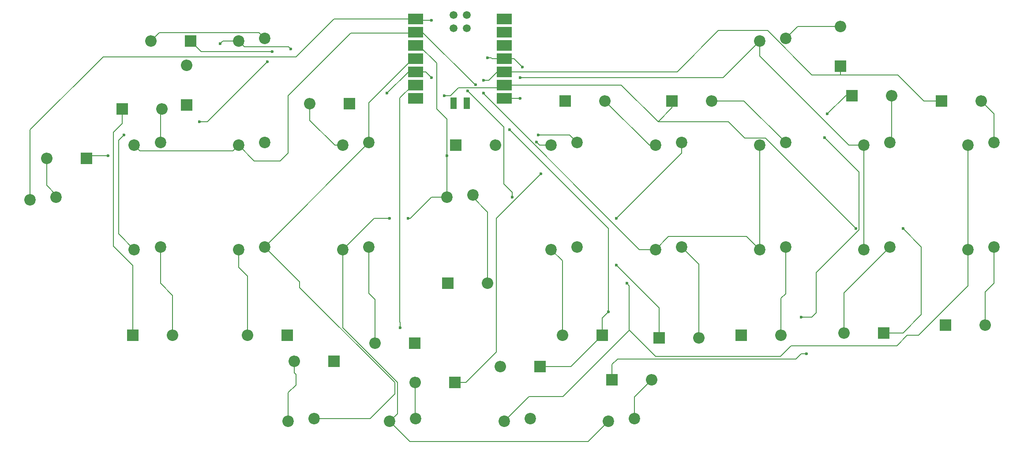
<source format=gbr>
%TF.GenerationSoftware,KiCad,Pcbnew,8.0.5*%
%TF.CreationDate,2024-10-09T19:36:39-04:00*%
%TF.ProjectId,board,626f6172-642e-46b6-9963-61645f706362,1*%
%TF.SameCoordinates,Original*%
%TF.FileFunction,Copper,L1,Top*%
%TF.FilePolarity,Positive*%
%FSLAX46Y46*%
G04 Gerber Fmt 4.6, Leading zero omitted, Abs format (unit mm)*
G04 Created by KiCad (PCBNEW 8.0.5) date 2024-10-09 19:36:39*
%MOMM*%
%LPD*%
G01*
G04 APERTURE LIST*
%TA.AperFunction,ComponentPad*%
%ADD10O,2.200000X2.200000*%
%TD*%
%TA.AperFunction,ComponentPad*%
%ADD11R,2.200000X2.200000*%
%TD*%
%TA.AperFunction,ComponentPad*%
%ADD12C,2.200000*%
%TD*%
%TA.AperFunction,SMDPad,CuDef*%
%ADD13R,3.000000X2.000000*%
%TD*%
%TA.AperFunction,SMDPad,CuDef*%
%ADD14C,1.500000*%
%TD*%
%TA.AperFunction,SMDPad,CuDef*%
%ADD15R,1.300000X2.300000*%
%TD*%
%TA.AperFunction,ViaPad*%
%ADD16C,0.600000*%
%TD*%
%TA.AperFunction,Conductor*%
%ADD17C,0.200000*%
%TD*%
G04 APERTURE END LIST*
D10*
%TO.P,D24,2,A*%
%TO.N,Net-(D24-A)*%
X69690000Y-40500000D03*
D11*
%TO.P,D24,1,K*%
%TO.N,Net-(D1-K)*%
X77310000Y-40500000D03*
%TD*%
%TO.P,D23,1,K*%
%TO.N,Net-(D1-K)*%
X149190000Y-52000000D03*
D10*
%TO.P,D23,2,A*%
%TO.N,Net-(D23-A)*%
X156810000Y-52000000D03*
%TD*%
D11*
%TO.P,D22,1,K*%
%TO.N,Net-(D11-K)*%
X95810000Y-97000000D03*
D10*
%TO.P,D22,2,A*%
%TO.N,Net-(D22-A)*%
X88190000Y-97000000D03*
%TD*%
D11*
%TO.P,D21,1,K*%
%TO.N,Net-(D11-K)*%
X202000000Y-45310000D03*
D10*
%TO.P,D21,2,A*%
%TO.N,Net-(D21-A)*%
X202000000Y-37690000D03*
%TD*%
D11*
%TO.P,D20,1,K*%
%TO.N,Net-(D12-K)*%
X210310000Y-96500000D03*
D10*
%TO.P,D20,2,A*%
%TO.N,Net-(D20-A)*%
X202690000Y-96500000D03*
%TD*%
D11*
%TO.P,D19,1,K*%
%TO.N,Net-(D12-K)*%
X107810000Y-52500000D03*
D10*
%TO.P,D19,2,A*%
%TO.N,Net-(D19-A)*%
X100190000Y-52500000D03*
%TD*%
D11*
%TO.P,D18,1,K*%
%TO.N,Net-(D13-K)*%
X156310000Y-97000000D03*
D10*
%TO.P,D18,2,A*%
%TO.N,Net-(D18-A)*%
X148690000Y-97000000D03*
%TD*%
D11*
%TO.P,D17,1,K*%
%TO.N,Net-(D13-K)*%
X204190000Y-51000000D03*
D10*
%TO.P,D17,2,A*%
%TO.N,Net-(D17-A)*%
X211810000Y-51000000D03*
%TD*%
D11*
%TO.P,D16,1,K*%
%TO.N,Net-(D14-K)*%
X66190000Y-97000000D03*
D10*
%TO.P,D16,2,A*%
%TO.N,Net-(D16-A)*%
X73810000Y-97000000D03*
%TD*%
%TO.P,D15,2,A*%
%TO.N,Net-(D15-A)*%
X97190000Y-102000000D03*
D11*
%TO.P,D15,1,K*%
%TO.N,Net-(D14-K)*%
X104810000Y-102000000D03*
%TD*%
%TO.P,D14,1,K*%
%TO.N,Net-(D14-K)*%
X120310000Y-98500000D03*
D10*
%TO.P,D14,2,A*%
%TO.N,Net-(D14-A)*%
X112690000Y-98500000D03*
%TD*%
%TO.P,D13,2,A*%
%TO.N,Net-(D13-A)*%
X135810000Y-60500000D03*
D11*
%TO.P,D13,1,K*%
%TO.N,Net-(D13-K)*%
X128190000Y-60500000D03*
%TD*%
%TO.P,D12,1,K*%
%TO.N,Net-(D12-K)*%
X158190000Y-105500000D03*
D10*
%TO.P,D12,2,A*%
%TO.N,Net-(D12-A)*%
X165810000Y-105500000D03*
%TD*%
D11*
%TO.P,D11,1,K*%
%TO.N,Net-(D11-K)*%
X126690000Y-87000000D03*
D10*
%TO.P,D11,2,A*%
%TO.N,Net-(D11-A)*%
X134310000Y-87000000D03*
%TD*%
D11*
%TO.P,D10,1,K*%
%TO.N,Net-(D1-K)*%
X128000000Y-106000000D03*
D10*
%TO.P,D10,2,A*%
%TO.N,Net-(D10-A)*%
X120380000Y-106000000D03*
%TD*%
D11*
%TO.P,D9,1,K*%
%TO.N,Net-(D1-K)*%
X76500000Y-52810000D03*
D10*
%TO.P,D9,2,A*%
%TO.N,Net-(D9-A)*%
X76500000Y-45190000D03*
%TD*%
D11*
%TO.P,D8,1,K*%
%TO.N,Net-(D11-K)*%
X167190000Y-97500000D03*
D10*
%TO.P,D8,2,A*%
%TO.N,Net-(D8-A)*%
X174810000Y-97500000D03*
%TD*%
D11*
%TO.P,D7,1,K*%
%TO.N,Net-(D12-K)*%
X169690000Y-52000000D03*
D10*
%TO.P,D7,2,A*%
%TO.N,Net-(D7-A)*%
X177310000Y-52000000D03*
%TD*%
D11*
%TO.P,D6,1,K*%
%TO.N,Net-(D13-K)*%
X183000000Y-97000000D03*
D10*
%TO.P,D6,2,A*%
%TO.N,Net-(D6-A)*%
X190620000Y-97000000D03*
%TD*%
D11*
%TO.P,D5,1,K*%
%TO.N,Net-(D14-K)*%
X64190000Y-53500000D03*
D10*
%TO.P,D5,2,A*%
%TO.N,Net-(D5-A)*%
X71810000Y-53500000D03*
%TD*%
D11*
%TO.P,D4,1,K*%
%TO.N,Net-(D13-K)*%
X144310000Y-103000000D03*
D10*
%TO.P,D4,2,A*%
%TO.N,Net-(D4-A)*%
X136690000Y-103000000D03*
%TD*%
D11*
%TO.P,D3,1,K*%
%TO.N,Net-(D12-K)*%
X222190000Y-95000000D03*
D10*
%TO.P,D3,2,A*%
%TO.N,Net-(D3-A)*%
X229810000Y-95000000D03*
%TD*%
D11*
%TO.P,D2,1,K*%
%TO.N,Net-(D11-K)*%
X221437500Y-52000000D03*
D10*
%TO.P,D2,2,A*%
%TO.N,Net-(D2-A)*%
X229057500Y-52000000D03*
%TD*%
D11*
%TO.P,D1,1,K*%
%TO.N,Net-(D1-K)*%
X57310000Y-63000000D03*
D10*
%TO.P,D1,2,A*%
%TO.N,Net-(D1-A)*%
X49690000Y-63000000D03*
%TD*%
D12*
%TO.P,SWZ1,1,1*%
%TO.N,Net-(D3-A)*%
X231500000Y-80000000D03*
%TO.P,SWZ1,2,2*%
%TO.N,Net-(U1-PA02_A0_D0)*%
X226500000Y-80500000D03*
%TD*%
%TO.P,SW#2,1,1*%
%TO.N,Net-(D21-A)*%
X191500000Y-40000000D03*
%TO.P,SW#2,2,2*%
%TO.N,Net-(U1-PA8_A4_D4_SDA)*%
X186500000Y-40500000D03*
%TD*%
%TO.P,SW\u002A1,1,1*%
%TO.N,Net-(D11-A)*%
X131500000Y-70000000D03*
%TO.P,SW\u002A1,2,2*%
%TO.N,Net-(U1-PA10_A2_D2)*%
X126500000Y-70500000D03*
%TD*%
%TO.P,SWT2,1,1*%
%TO.N,Net-(D17-A)*%
X211500000Y-60000000D03*
%TO.P,SWT2,2,2*%
%TO.N,Net-(U1-PA8_A4_D4_SDA)*%
X206500000Y-60500000D03*
%TD*%
%TO.P,SWR2,1,1*%
%TO.N,Net-(U1-PA11_A3_D3)*%
X151500000Y-80000000D03*
%TO.P,SWR2,2,2*%
%TO.N,Net-(D18-A)*%
X146500000Y-80500000D03*
%TD*%
%TO.P,SWP2,1,1*%
%TO.N,Net-(U1-PA11_A3_D3)*%
X171500000Y-60000000D03*
%TO.P,SWP2,2,2*%
%TO.N,Net-(D23-A)*%
X166500000Y-60500000D03*
%TD*%
%TO.P,SWO1,1,1*%
%TO.N,Net-(D10-A)*%
X120500000Y-113000000D03*
%TO.P,SWO1,2,2*%
%TO.N,Net-(U1-PA10_A2_D2)*%
X115500000Y-113500000D03*
%TD*%
%TO.P,SW#1,1,1*%
%TO.N,Net-(D24-A)*%
X91500000Y-40000000D03*
%TO.P,SW#1,2,2*%
%TO.N,Net-(U1-PA8_A4_D4_SDA)*%
X86500000Y-40500000D03*
%TD*%
%TO.P,SWU1,1,1*%
%TO.N,Net-(D12-A)*%
X162500000Y-113000000D03*
%TO.P,SWU1,2,2*%
%TO.N,Net-(U1-PA10_A2_D2)*%
X157500000Y-113500000D03*
%TD*%
%TO.P,SWB1,1,1*%
%TO.N,Net-(D8-A)*%
X171500000Y-80000000D03*
%TO.P,SWB1,2,2*%
%TO.N,Net-(U1-PA4_A1_D1)*%
X166500000Y-80500000D03*
%TD*%
D13*
%TO.P,U1,1,PA02_A0_D0*%
%TO.N,Net-(U1-PA02_A0_D0)*%
X120500000Y-36230000D03*
%TO.P,U1,2,PA4_A1_D1*%
%TO.N,Net-(U1-PA4_A1_D1)*%
X120500000Y-38770000D03*
%TO.P,U1,3,PA10_A2_D2*%
%TO.N,Net-(U1-PA10_A2_D2)*%
X120500000Y-41310000D03*
%TO.P,U1,4,PA11_A3_D3*%
%TO.N,Net-(U1-PA11_A3_D3)*%
X120500000Y-43850000D03*
%TO.P,U1,5,PA8_A4_D4_SDA*%
%TO.N,Net-(U1-PA8_A4_D4_SDA)*%
X120500000Y-46390000D03*
%TO.P,U1,6,PA9_A5_D5_SCL*%
%TO.N,Net-(D14-K)*%
X120500000Y-48930000D03*
%TO.P,U1,7,PB08_A6_D6_TX*%
%TO.N,unconnected-(U1-PB08_A6_D6_TX-Pad7)*%
X120500000Y-51470000D03*
%TO.P,U1,8,PB09_A7_D7_RX*%
%TO.N,Net-(D13-K)*%
X137500000Y-51470000D03*
%TO.P,U1,9,PA7_A8_D8_SCK*%
%TO.N,Net-(D12-K)*%
X137500000Y-48930000D03*
%TO.P,U1,10,PA5_A9_D9_MISO*%
%TO.N,Net-(D11-K)*%
X137500000Y-46390000D03*
%TO.P,U1,11,PA6_A10_D10_MOSI*%
%TO.N,Net-(D1-K)*%
X137500000Y-43850000D03*
%TO.P,U1,12,3V3*%
%TO.N,unconnected-(U1-3V3-Pad12)*%
X137500000Y-41310000D03*
%TO.P,U1,13,GND*%
%TO.N,unconnected-(U1-GND-Pad13)*%
X137500000Y-38770000D03*
%TO.P,U1,14,5V*%
%TO.N,unconnected-(U1-5V-Pad14)*%
X137500000Y-36230000D03*
D14*
%TO.P,U1,15,5V*%
%TO.N,unconnected-(U1-5V-Pad15)*%
X127730000Y-35460000D03*
%TO.P,U1,16,GND*%
%TO.N,unconnected-(U1-GND-Pad16)*%
X130270000Y-35460000D03*
%TO.P,U1,17,PA31_SWDIO*%
%TO.N,unconnected-(U1-PA31_SWDIO-Pad17)*%
X127730000Y-38000000D03*
%TO.P,U1,18,PA30_SWCLK*%
%TO.N,unconnected-(U1-PA30_SWCLK-Pad18)*%
X130270000Y-38000000D03*
D15*
%TO.P,U1,19,RESET*%
%TO.N,unconnected-(U1-RESET-Pad19)*%
X127730000Y-52450000D03*
%TO.P,U1,20,GND*%
%TO.N,unconnected-(U1-GND-Pad20)*%
X130270000Y-52450000D03*
%TD*%
D12*
%TO.P,SWH1,1,1*%
%TO.N,Net-(U1-PA11_A3_D3)*%
X111500000Y-60000000D03*
%TO.P,SWH1,2,2*%
%TO.N,Net-(D19-A)*%
X106500000Y-60500000D03*
%TD*%
%TO.P,SWT1,1,1*%
%TO.N,Net-(D5-A)*%
X71500000Y-60000000D03*
%TO.P,SWT1,2,2*%
%TO.N,Net-(U1-PA4_A1_D1)*%
X66500000Y-60500000D03*
%TD*%
%TO.P,SWA1,1,1*%
%TO.N,Net-(U1-PA11_A3_D3)*%
X101000000Y-113000000D03*
%TO.P,SWA1,2,2*%
%TO.N,Net-(D15-A)*%
X96000000Y-113500000D03*
%TD*%
%TO.P,SWL1,1,1*%
%TO.N,Net-(D7-A)*%
X191500000Y-60000000D03*
%TO.P,SWL1,2,2*%
%TO.N,Net-(U1-PA4_A1_D1)*%
X186500000Y-60500000D03*
%TD*%
%TO.P,SWF1,1,1*%
%TO.N,Net-(D13-A)*%
X151500000Y-60000000D03*
%TO.P,SWF1,2,2*%
%TO.N,Net-(U1-PA10_A2_D2)*%
X146500000Y-60500000D03*
%TD*%
%TO.P,SWG1,1,1*%
%TO.N,Net-(D6-A)*%
X191500000Y-80000000D03*
%TO.P,SWG1,2,2*%
%TO.N,Net-(U1-PA4_A1_D1)*%
X186500000Y-80500000D03*
%TD*%
%TO.P,SWK1,1,1*%
%TO.N,Net-(D16-A)*%
X71500000Y-80000000D03*
%TO.P,SWK1,2,2*%
%TO.N,Net-(U1-PA8_A4_D4_SDA)*%
X66500000Y-80500000D03*
%TD*%
%TO.P,SWD1,1,1*%
%TO.N,Net-(D2-A)*%
X231500000Y-60000000D03*
%TO.P,SWD1,2,2*%
%TO.N,Net-(U1-PA02_A0_D0)*%
X226500000Y-60500000D03*
%TD*%
%TO.P,SWW1,1,1*%
%TO.N,Net-(U1-PA11_A3_D3)*%
X91500000Y-80000000D03*
%TO.P,SWW1,2,2*%
%TO.N,Net-(D22-A)*%
X86500000Y-80500000D03*
%TD*%
%TO.P,SWR1,1,1*%
%TO.N,Net-(D14-A)*%
X111500000Y-80000000D03*
%TO.P,SWR1,2,2*%
%TO.N,Net-(U1-PA10_A2_D2)*%
X106500000Y-80500000D03*
%TD*%
%TO.P,SWP1,1,1*%
%TO.N,Net-(D9-A)*%
X91500000Y-60000000D03*
%TO.P,SWP1,2,2*%
%TO.N,Net-(U1-PA4_A1_D1)*%
X86500000Y-60500000D03*
%TD*%
%TO.P,SWS1,1,1*%
%TO.N,Net-(D1-A)*%
X51500000Y-70500000D03*
%TO.P,SWS1,2,2*%
%TO.N,Net-(U1-PA02_A0_D0)*%
X46500000Y-71000000D03*
%TD*%
%TO.P,SWE1,1,1*%
%TO.N,Net-(D4-A)*%
X142500000Y-113000000D03*
%TO.P,SWE1,2,2*%
%TO.N,Net-(U1-PA02_A0_D0)*%
X137500000Y-113500000D03*
%TD*%
%TO.P,SWS2,2,2*%
%TO.N,Net-(U1-PA8_A4_D4_SDA)*%
X206500000Y-80500000D03*
%TO.P,SWS2,1,1*%
%TO.N,Net-(D20-A)*%
X211500000Y-80000000D03*
%TD*%
D16*
%TO.N,Net-(D13-A)*%
X144000000Y-58500000D03*
%TO.N,Net-(D13-K)*%
X194500000Y-93500000D03*
X157500000Y-92500000D03*
%TO.N,Net-(D1-K)*%
X93000000Y-42500000D03*
X92000000Y-44500000D03*
X79000000Y-56000000D03*
X61500000Y-62500000D03*
X141000000Y-45500000D03*
X134250000Y-43750000D03*
X144500000Y-66000000D03*
%TO.N,Net-(D11-K)*%
X139000000Y-70500000D03*
X130500000Y-50100000D03*
X159000000Y-83500000D03*
X133500000Y-48000000D03*
%TO.N,Net-(D12-K)*%
X195500000Y-100500000D03*
X214000000Y-76500000D03*
X205000000Y-76500000D03*
X126000000Y-51000000D03*
%TO.N,Net-(D13-K)*%
X138500000Y-57500000D03*
X199500000Y-54500000D03*
X199000000Y-59000000D03*
X140500000Y-51500000D03*
%TO.N,Net-(D14-K)*%
X117500000Y-95500000D03*
%TO.N,Net-(U1-PA8_A4_D4_SDA)*%
X140500000Y-47500000D03*
X83000000Y-41000000D03*
X123500000Y-47500000D03*
X64500000Y-58500000D03*
X115000000Y-50500000D03*
X96500000Y-42000000D03*
%TO.N,Net-(U1-PA10_A2_D2)*%
X126500000Y-62500000D03*
X115500000Y-74500000D03*
X119000000Y-74500000D03*
X143639265Y-59860735D03*
%TO.N,Net-(U1-PA11_A3_D3)*%
X159000000Y-74500000D03*
%TO.N,Net-(U1-PA4_A1_D1)*%
X133500000Y-50500000D03*
X132000000Y-48900000D03*
%TO.N,Net-(U1-PA02_A0_D0)*%
X123500000Y-36500000D03*
X161000000Y-87000000D03*
%TD*%
D17*
%TO.N,Net-(U1-PA02_A0_D0)*%
X161479899Y-96000000D02*
X148739949Y-108739949D01*
X137500000Y-113500000D02*
X142260051Y-108739949D01*
X142260051Y-108739949D02*
X148739949Y-108739949D01*
%TO.N,Net-(U1-PA11_A3_D3)*%
X91500000Y-80000000D02*
X98225000Y-86725000D01*
X116500000Y-108250000D02*
X111750000Y-113000000D01*
X98225000Y-86725000D02*
X98225000Y-87790686D01*
X98225000Y-87790686D02*
X116500000Y-106065686D01*
X116500000Y-106065686D02*
X116500000Y-108250000D01*
X111750000Y-113000000D02*
X101000000Y-113000000D01*
%TO.N,Net-(U1-PA10_A2_D2)*%
X115500000Y-113500000D02*
X117000000Y-112000000D01*
X117000000Y-112000000D02*
X117000000Y-106000000D01*
X117000000Y-106000000D02*
X106500000Y-95500000D01*
X106500000Y-95500000D02*
X106500000Y-80500000D01*
%TO.N,Net-(D13-A)*%
X144000000Y-58500000D02*
X150000000Y-58500000D01*
X150000000Y-58500000D02*
X151500000Y-60000000D01*
%TO.N,Net-(U1-PA10_A2_D2)*%
X144278530Y-60500000D02*
X146500000Y-60500000D01*
X143639265Y-59860735D02*
X144278530Y-60500000D01*
X126500000Y-55500000D02*
X124500000Y-53500000D01*
X121060000Y-41310000D02*
X120500000Y-41310000D01*
X124500000Y-44750000D02*
X121060000Y-41310000D01*
X126500000Y-62500000D02*
X126500000Y-55500000D01*
X124500000Y-53500000D02*
X124500000Y-44750000D01*
X126500000Y-62500000D02*
X126500000Y-70500000D01*
%TO.N,Net-(D23-A)*%
X166500000Y-60500000D02*
X165310000Y-60500000D01*
X165310000Y-60500000D02*
X156810000Y-52000000D01*
%TO.N,Net-(D11-A)*%
X131500000Y-70000000D02*
X131500000Y-70500000D01*
X131500000Y-70500000D02*
X134310000Y-73310000D01*
X134310000Y-73310000D02*
X134310000Y-87000000D01*
%TO.N,Net-(U1-PA02_A0_D0)*%
X226500000Y-80500000D02*
X226500000Y-87500000D01*
X226500000Y-87500000D02*
X217000000Y-97000000D01*
X217000000Y-97000000D02*
X214833375Y-97000000D01*
X214833375Y-97000000D02*
X212833375Y-99000000D01*
X212833375Y-99000000D02*
X192500000Y-99000000D01*
X192500000Y-99000000D02*
X190500000Y-101000000D01*
X190500000Y-101000000D02*
X166500000Y-101000000D01*
X166500000Y-101000000D02*
X161500000Y-96000000D01*
X161500000Y-96000000D02*
X161479899Y-96000000D01*
%TO.N,Net-(D12-K)*%
X195500000Y-100500000D02*
X194500000Y-100500000D01*
X194500000Y-100500000D02*
X193500000Y-101500000D01*
X193500000Y-101500000D02*
X159255000Y-101500000D01*
X159255000Y-101500000D02*
X158190000Y-102565000D01*
X158190000Y-102565000D02*
X158190000Y-105500000D01*
%TO.N,Net-(D12-A)*%
X162500000Y-113000000D02*
X162500000Y-108810000D01*
X162500000Y-108810000D02*
X165810000Y-105500000D01*
%TO.N,Net-(D21-A)*%
X202000000Y-37690000D02*
X193810000Y-37690000D01*
X193810000Y-37690000D02*
X191500000Y-40000000D01*
%TO.N,Net-(D11-K)*%
X213000000Y-47000000D02*
X202000000Y-47000000D01*
X202000000Y-47000000D02*
X196520101Y-47000000D01*
X202000000Y-45310000D02*
X202000000Y-47000000D01*
X137500000Y-46390000D02*
X170672500Y-46390000D01*
X170672500Y-46390000D02*
X178562500Y-38500000D01*
X178562500Y-38500000D02*
X187000000Y-38500000D01*
%TO.N,Net-(D12-K)*%
X167000000Y-56000000D02*
X169690000Y-53310000D01*
X169690000Y-53310000D02*
X169690000Y-52000000D01*
%TO.N,Net-(D7-A)*%
X191500000Y-60000000D02*
X183500000Y-52000000D01*
X183500000Y-52000000D02*
X177310000Y-52000000D01*
%TO.N,Net-(D12-K)*%
X205000000Y-76500000D02*
X187600000Y-59100000D01*
X187600000Y-59100000D02*
X183600000Y-59100000D01*
X183600000Y-59100000D02*
X180500000Y-56000000D01*
X180500000Y-56000000D02*
X167000000Y-56000000D01*
X167000000Y-56000000D02*
X159930000Y-48930000D01*
X159930000Y-48930000D02*
X137500000Y-48930000D01*
%TO.N,Net-(D17-A)*%
X211810000Y-51000000D02*
X211810000Y-59690000D01*
X211810000Y-59690000D02*
X211500000Y-60000000D01*
%TO.N,Net-(D13-K)*%
X199500000Y-54500000D02*
X203000000Y-51000000D01*
X203000000Y-51000000D02*
X204190000Y-51000000D01*
%TO.N,Net-(D11-K)*%
X221437500Y-52000000D02*
X218000000Y-52000000D01*
X218000000Y-52000000D02*
X213000000Y-47000000D01*
X196520101Y-47000000D02*
X188020101Y-38500000D01*
X188020101Y-38500000D02*
X187000000Y-38500000D01*
%TO.N,Net-(D2-A)*%
X231500000Y-60000000D02*
X231500000Y-54442500D01*
X231500000Y-54442500D02*
X229057500Y-52000000D01*
%TO.N,Net-(D3-A)*%
X231500000Y-80000000D02*
X231500000Y-87000000D01*
X229810000Y-95000000D02*
X229810000Y-88690000D01*
X229810000Y-88690000D02*
X231500000Y-87000000D01*
%TO.N,Net-(D12-K)*%
X210310000Y-96500000D02*
X214000000Y-96500000D01*
X214000000Y-96500000D02*
X217500000Y-93000000D01*
%TO.N,Net-(D20-A)*%
X202690000Y-96500000D02*
X202690000Y-88810000D01*
X202690000Y-88810000D02*
X211500000Y-80000000D01*
%TO.N,Net-(D13-K)*%
X194500000Y-93500000D02*
X196500000Y-93500000D01*
X196500000Y-93500000D02*
X197375000Y-92625000D01*
X197375000Y-92625000D02*
X197375000Y-84973529D01*
X197375000Y-84973529D02*
X205600000Y-76748529D01*
X205600000Y-76748529D02*
X205600000Y-65600000D01*
X205600000Y-65600000D02*
X199000000Y-59000000D01*
%TO.N,Net-(D6-A)*%
X190620000Y-97000000D02*
X190620000Y-89880000D01*
X190620000Y-89880000D02*
X191500000Y-89000000D01*
%TO.N,Net-(D11-K)*%
X167190000Y-97500000D02*
X167190000Y-91690000D01*
X167190000Y-91690000D02*
X159000000Y-83500000D01*
%TO.N,Net-(D8-A)*%
X174810000Y-97500000D02*
X174810000Y-83310000D01*
X174810000Y-83310000D02*
X171500000Y-80000000D01*
%TO.N,Net-(U1-PA02_A0_D0)*%
X161479899Y-96000000D02*
X161479899Y-87479899D01*
X161479899Y-87479899D02*
X161000000Y-87000000D01*
%TO.N,Net-(D18-A)*%
X148690000Y-97000000D02*
X148690000Y-82690000D01*
X148690000Y-82690000D02*
X146500000Y-80500000D01*
%TO.N,Net-(D13-K)*%
X156310000Y-97000000D02*
X156310000Y-93690000D01*
X156310000Y-93690000D02*
X157500000Y-92500000D01*
X144310000Y-103000000D02*
X150310000Y-103000000D01*
X150310000Y-103000000D02*
X156310000Y-97000000D01*
X157500000Y-92500000D02*
X157500000Y-85500000D01*
%TO.N,Net-(D1-K)*%
X128000000Y-106000000D02*
X130149268Y-106000000D01*
X130149268Y-106000000D02*
X136000000Y-100149268D01*
X136000000Y-74500000D02*
X144500000Y-66000000D01*
X136000000Y-100149268D02*
X136000000Y-74500000D01*
%TO.N,Net-(D10-A)*%
X120500000Y-113000000D02*
X120500000Y-112500000D01*
X120500000Y-112500000D02*
X120380000Y-112380000D01*
X120380000Y-112380000D02*
X120380000Y-106000000D01*
%TO.N,Net-(D15-A)*%
X97500000Y-106500000D02*
X97500000Y-104500000D01*
X96000000Y-113500000D02*
X96000000Y-108000000D01*
X96000000Y-108000000D02*
X97500000Y-106500000D01*
X97500000Y-104500000D02*
X97190000Y-104190000D01*
X97190000Y-104190000D02*
X97190000Y-102000000D01*
%TO.N,Net-(D14-A)*%
X111500000Y-80000000D02*
X111500000Y-88937500D01*
X111500000Y-88937500D02*
X112690000Y-90127500D01*
X112690000Y-90127500D02*
X112690000Y-98500000D01*
%TO.N,Net-(D22-A)*%
X86500000Y-83937500D02*
X88190000Y-85627500D01*
X88190000Y-85627500D02*
X88190000Y-97000000D01*
%TO.N,Net-(D16-A)*%
X71500000Y-87000000D02*
X73810000Y-89310000D01*
X73810000Y-89310000D02*
X73810000Y-97000000D01*
%TO.N,Net-(D14-K)*%
X62500000Y-79875000D02*
X66190000Y-83565000D01*
X66190000Y-83565000D02*
X66190000Y-97000000D01*
%TO.N,Net-(D19-A)*%
X106500000Y-60500000D02*
X105000000Y-60500000D01*
X105000000Y-60500000D02*
X100190000Y-55690000D01*
X100190000Y-55690000D02*
X100190000Y-52500000D01*
%TO.N,Net-(D24-A)*%
X69690000Y-40500000D02*
X71289999Y-38900001D01*
X71289999Y-38900001D02*
X90400001Y-38900001D01*
X90400001Y-38900001D02*
X91500000Y-40000000D01*
%TO.N,Net-(D1-K)*%
X77310000Y-40500000D02*
X79310000Y-42500000D01*
X79310000Y-42500000D02*
X93000000Y-42500000D01*
%TO.N,Net-(D5-A)*%
X71500000Y-60000000D02*
X71500000Y-53810000D01*
X71500000Y-53810000D02*
X71810000Y-53500000D01*
%TO.N,Net-(D14-K)*%
X62500000Y-79875000D02*
X62500000Y-58000000D01*
X62500000Y-58000000D02*
X64190000Y-56310000D01*
X64190000Y-56310000D02*
X64190000Y-53500000D01*
%TO.N,Net-(D1-A)*%
X51500000Y-70500000D02*
X51500000Y-70000000D01*
X51500000Y-70000000D02*
X49690000Y-68190000D01*
X49690000Y-68190000D02*
X49690000Y-63000000D01*
%TO.N,Net-(D1-K)*%
X61500000Y-62500000D02*
X57810000Y-62500000D01*
X57810000Y-62500000D02*
X57310000Y-63000000D01*
%TO.N,Net-(U1-PA02_A0_D0)*%
X120500000Y-36230000D02*
X104770000Y-36230000D01*
X104770000Y-36230000D02*
X97500000Y-43500000D01*
X97500000Y-43500000D02*
X60500000Y-43500000D01*
X46500000Y-57500000D02*
X46500000Y-71000000D01*
X60500000Y-43500000D02*
X46500000Y-57500000D01*
%TO.N,Net-(D1-K)*%
X137500000Y-43850000D02*
X139350000Y-43850000D01*
X134250000Y-43750000D02*
X135050000Y-43750000D01*
X139350000Y-43850000D02*
X141000000Y-45500000D01*
X79000000Y-56000000D02*
X80500000Y-56000000D01*
X135050000Y-43750000D02*
X135150000Y-43850000D01*
X135150000Y-43850000D02*
X137500000Y-43850000D01*
X80500000Y-56000000D02*
X92000000Y-44500000D01*
%TO.N,Net-(D11-K)*%
X136110000Y-46390000D02*
X137500000Y-46390000D01*
X133500000Y-48000000D02*
X134500000Y-48000000D01*
X134500000Y-48000000D02*
X136110000Y-46390000D01*
X137437500Y-57037500D02*
X130500000Y-50100000D01*
X137437500Y-67937500D02*
X137437500Y-66000000D01*
X139000000Y-70500000D02*
X139000000Y-69500000D01*
X139000000Y-69500000D02*
X137437500Y-67937500D01*
X137437500Y-66000000D02*
X137437500Y-57037500D01*
%TO.N,Net-(D12-K)*%
X128675686Y-49500000D02*
X127175686Y-51000000D01*
X137500000Y-48930000D02*
X136930000Y-49500000D01*
X217500000Y-80000000D02*
X217500000Y-93000000D01*
X214000000Y-76500000D02*
X217500000Y-80000000D01*
X136930000Y-49500000D02*
X128675686Y-49500000D01*
X127175686Y-51000000D02*
X126000000Y-51000000D01*
%TO.N,Net-(D13-K)*%
X140500000Y-51500000D02*
X140470000Y-51470000D01*
X157500000Y-76500000D02*
X138500000Y-57500000D01*
X157500000Y-85500000D02*
X157500000Y-76500000D01*
X140470000Y-51470000D02*
X137500000Y-51470000D01*
%TO.N,Net-(D14-K)*%
X117437500Y-51432500D02*
X117437500Y-93000000D01*
X117437500Y-94437500D02*
X117437500Y-93000000D01*
X117500000Y-94500000D02*
X117437500Y-94437500D01*
X120500000Y-48930000D02*
X119940000Y-48930000D01*
X119940000Y-48930000D02*
X117437500Y-51432500D01*
X117500000Y-95500000D02*
X117500000Y-94500000D01*
%TO.N,Net-(D6-A)*%
X191500000Y-80000000D02*
X191500000Y-89000000D01*
%TO.N,Net-(D16-A)*%
X71500000Y-80000000D02*
X71500000Y-87000000D01*
%TO.N,Net-(D22-A)*%
X86500000Y-80500000D02*
X86500000Y-83937500D01*
%TO.N,Net-(U1-PA8_A4_D4_SDA)*%
X86500000Y-40500000D02*
X87599999Y-41599999D01*
X83500000Y-40500000D02*
X86500000Y-40500000D01*
X186500000Y-40500000D02*
X179500000Y-47500000D01*
X186500000Y-43350732D02*
X186500000Y-40500000D01*
X66500000Y-80500000D02*
X63500000Y-77500000D01*
X96099999Y-41599999D02*
X96500000Y-42000000D01*
X203649268Y-60500000D02*
X186500000Y-43350732D01*
X87599999Y-41599999D02*
X96099999Y-41599999D01*
X63500000Y-77500000D02*
X63500000Y-59500000D01*
X206500000Y-60500000D02*
X203649268Y-60500000D01*
X179500000Y-47500000D02*
X140500000Y-47500000D01*
X63500000Y-59500000D02*
X64500000Y-58500000D01*
X122390000Y-46390000D02*
X120500000Y-46390000D01*
X115000000Y-50500000D02*
X119110000Y-46390000D01*
X119110000Y-46390000D02*
X120500000Y-46390000D01*
X83000000Y-41000000D02*
X83500000Y-40500000D01*
X123500000Y-47500000D02*
X122390000Y-46390000D01*
X206500000Y-80500000D02*
X206500000Y-60500000D01*
%TO.N,Net-(U1-PA10_A2_D2)*%
X119000000Y-74500000D02*
X119500000Y-74500000D01*
X106500000Y-80500000D02*
X112500000Y-74500000D01*
X157500000Y-113500000D02*
X153600000Y-117400000D01*
X153600000Y-117400000D02*
X119400000Y-117400000D01*
X119500000Y-74500000D02*
X123500000Y-70500000D01*
X123500000Y-70500000D02*
X126500000Y-70500000D01*
X119400000Y-117400000D02*
X115500000Y-113500000D01*
X112500000Y-74500000D02*
X115500000Y-74500000D01*
%TO.N,Net-(U1-PA11_A3_D3)*%
X91500000Y-80000000D02*
X111500000Y-60000000D01*
X120000000Y-43850000D02*
X111500000Y-52350000D01*
X171500000Y-62000000D02*
X159000000Y-74500000D01*
X171500000Y-60000000D02*
X171500000Y-62000000D01*
X111500000Y-52350000D02*
X111500000Y-60000000D01*
X120500000Y-43850000D02*
X120000000Y-43850000D01*
%TO.N,Net-(U1-PA4_A1_D1)*%
X120000000Y-38770000D02*
X119770000Y-39000000D01*
X120500000Y-38770000D02*
X120000000Y-38770000D01*
X96000000Y-51000000D02*
X96000000Y-62000000D01*
X67599999Y-61599999D02*
X85400001Y-61599999D01*
X166500000Y-80500000D02*
X163430000Y-80500000D01*
X108000000Y-39000000D02*
X96000000Y-51000000D01*
X94500000Y-63500000D02*
X89500000Y-63500000D01*
X169000000Y-78000000D02*
X166500000Y-80500000D01*
X184000000Y-78000000D02*
X169000000Y-78000000D01*
X132000000Y-48900000D02*
X131900000Y-48900000D01*
X133500000Y-50570000D02*
X133500000Y-50500000D01*
X131900000Y-48900000D02*
X121770000Y-38770000D01*
X163430000Y-80500000D02*
X133500000Y-50570000D01*
X96000000Y-62000000D02*
X94500000Y-63500000D01*
X119770000Y-39000000D02*
X108000000Y-39000000D01*
X85400001Y-61599999D02*
X86500000Y-60500000D01*
X186500000Y-80500000D02*
X184000000Y-78000000D01*
X186500000Y-60500000D02*
X186500000Y-80500000D01*
X121770000Y-38770000D02*
X120500000Y-38770000D01*
X89500000Y-63500000D02*
X86500000Y-60500000D01*
X66500000Y-60500000D02*
X67599999Y-61599999D01*
%TO.N,Net-(U1-PA02_A0_D0)*%
X120770000Y-36500000D02*
X120500000Y-36230000D01*
X123500000Y-36500000D02*
X120770000Y-36500000D01*
X226500000Y-60500000D02*
X226500000Y-80500000D01*
%TD*%
M02*

</source>
